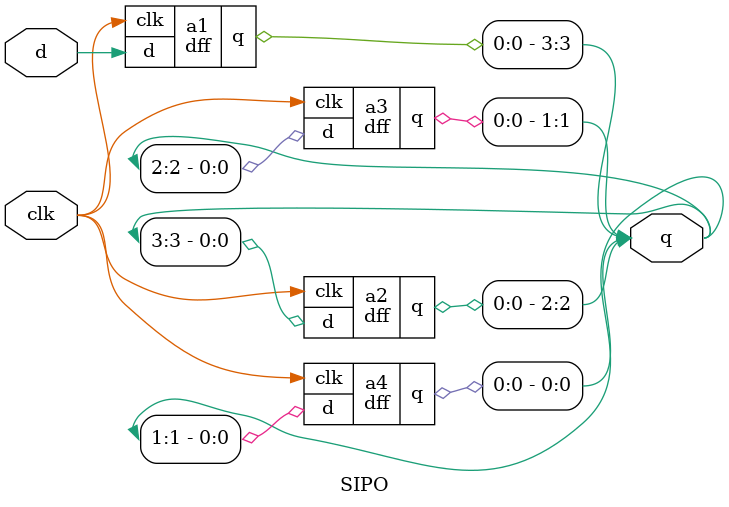
<source format=v>
module dff(d,clk,q);
input d,clk;
output q;
reg q=0;
always @(posedge clk)
begin
q<=d;
end
endmodule

module SIPO(d,clk,q);
input d,clk;
output [3:0]q;
dff a1(d,clk,q[3]);
dff a2(q[3],clk,q[2]);
dff a3(q[2],clk,q[1]);
dff a4(q[1],clk,q[0]);
endmodule

</source>
